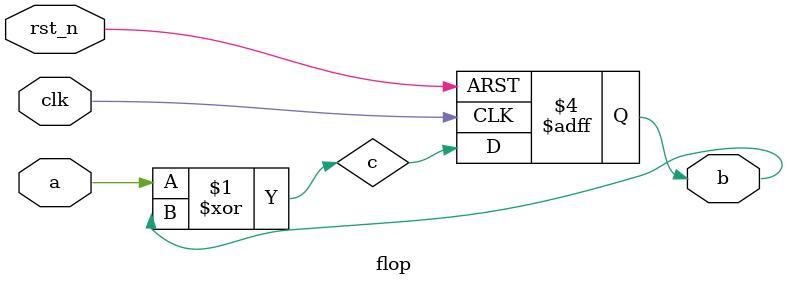
<source format=v>
`timescale 1ns / 1ps


module flop(
input a,
input clk,
input rst_n,
output reg b
    );

wire c;
assign c = a^b;
always @(posedge clk or negedge rst_n ) begin
    if(!rst_n)
    b <= 0;
    else
    b <= c;
end

endmodule

</source>
